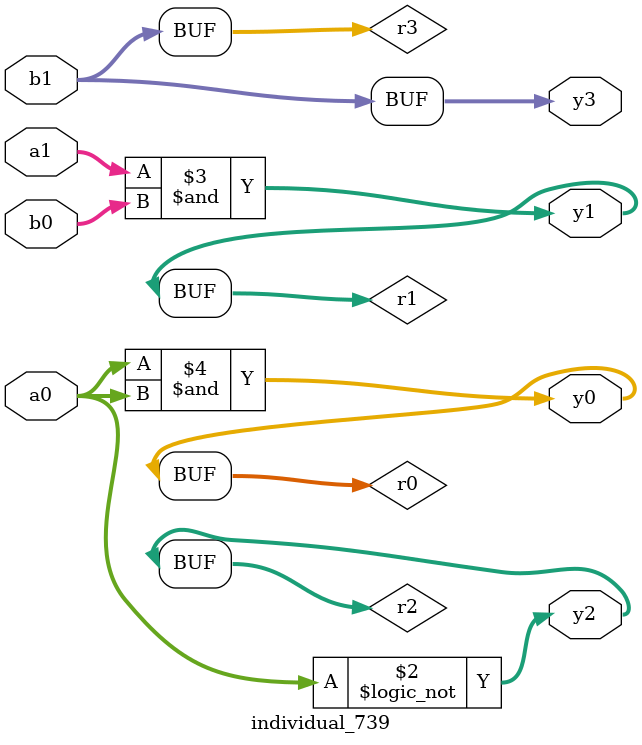
<source format=sv>
module individual_739(input logic [15:0] a1, input logic [15:0] a0, input logic [15:0] b1, input logic [15:0] b0, output logic [15:0] y3, output logic [15:0] y2, output logic [15:0] y1, output logic [15:0] y0);
logic [15:0] r0, r1, r2, r3; 
 always@(*) begin 
	 r0 = a0; r1 = a1; r2 = b0; r3 = b1; 
 	 r2 = ! a0 ;
 	 r1  &=  b0 ;
 	 r0  &=  a0 ;
 	 y3 = r3; y2 = r2; y1 = r1; y0 = r0; 
end
endmodule
</source>
